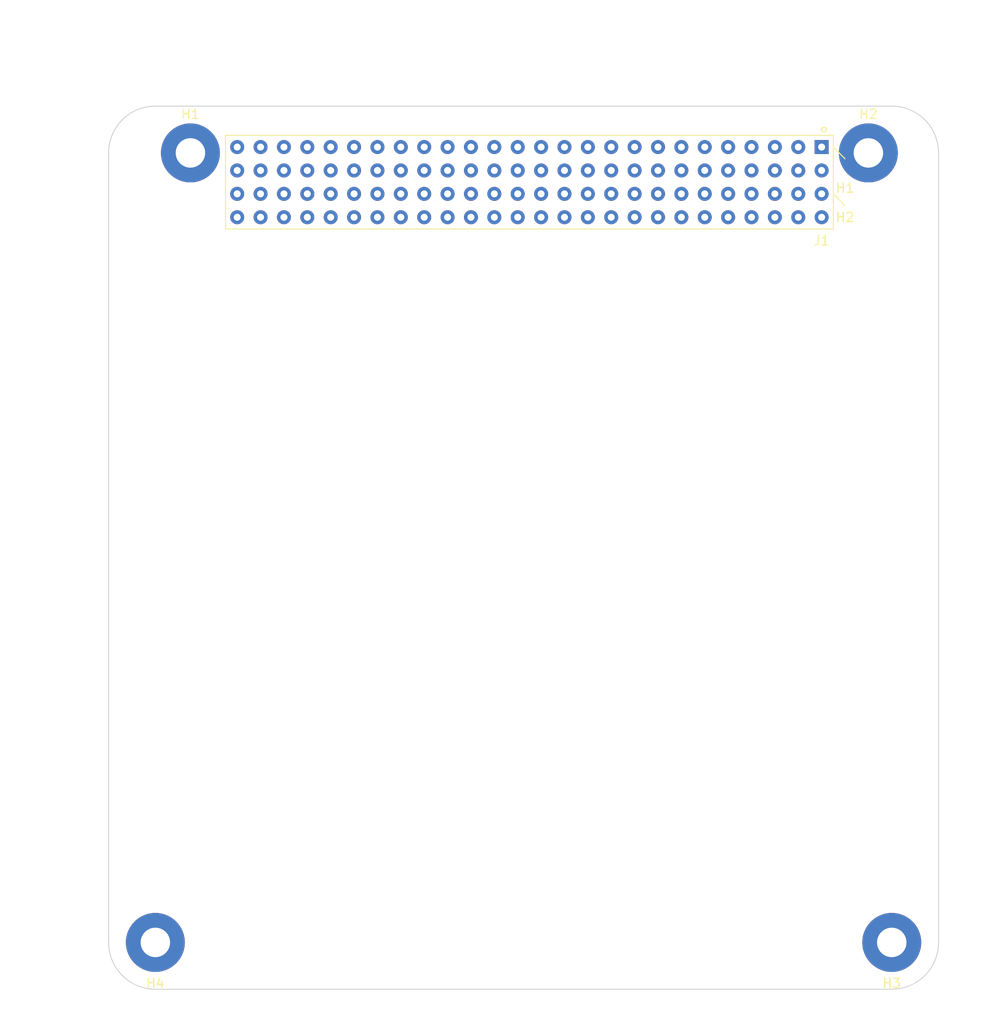
<source format=kicad_pcb>
(kicad_pcb (version 20211014) (generator pcbnew)
  (layers (0 "F.Cu" signal) (1 "In1.Cu" signal) (2 "In2.Cu" signal) (31 "B.Cu" signal) (34 "B.Paste" user) (35 "F.Paste" user) (36 "B.SilkS" user "B.Silkscreen") (37 "F.SilkS" user "F.Silkscreen") (38 "B.Mask" user) (39 "F.Mask" user) (44 "Edge.Cuts" user))
  (net 0 "")
  (footprint "MountingHole:MountingHole_3.2mm_M3_Pad_TopBottom" (layer "F.Cu") (at 191.77 52.07)
    (fp_text reference "H2" (at 0 -4.2) (layer "F.SilkS"))
    (fp_text value "MountingHole_Pad")
    (pad "1" connect circle locked (at 0 0) (size 6.4 6.4) (layers "B.Cu" "B.Mask"))
    (pad "1" connect circle locked (at 0 0) (size 6.4 6.4) (layers "F.Cu" "F.Mask"))
    (pad "1" thru_hole circle locked (at 0 0) (size 3.6 3.6) (drill 3.2) (layers *.Cu *.Mask))
  )
  (footprint "MountingHole:MountingHole_3.2mm_M3_Pad_TopBottom" (layer "F.Cu") (at 118.11 52.07)
    (fp_text reference "H1" (at 0 -4.2) (layer "F.SilkS"))
    (fp_text value "MountingHole_Pad")
    (pad "1" thru_hole circle locked (at 0 0) (size 3.6 3.6) (drill 3.2) (layers *.Cu *.Mask))
    (pad "1" connect circle locked (at 0 0) (size 6.4 6.4) (layers "F.Cu" "F.Mask"))
    (pad "1" connect circle locked (at 0 0) (size 6.4 6.4) (layers "B.Cu" "B.Mask"))
  )
  (footprint "MountingHole:MountingHole_3.2mm_M3_Pad_TopBottom" (layer "F.Cu") (at 114.3 137.795)
    (fp_text reference "H4" (at 0 4.445) (layer "F.SilkS"))
    (fp_text value "MountingHole_Pad")
    (pad "1" connect circle locked (at 0 0) (size 6.4 6.4) (layers "F.Cu" "F.Mask"))
    (pad "1" connect circle locked (at 0 0) (size 6.4 6.4) (layers "B.Cu" "B.Mask"))
    (pad "1" thru_hole circle locked (at 0 0) (size 3.6 3.6) (drill 3.2) (layers *.Cu *.Mask))
  )
  (footprint "pc104-connector:pc104-connector" (layer "F.Cu") (at 156.21 53.975 -90)
    (fp_text reference "J1" (at 7.62 -30.48 unlocked) (layer "F.SilkS"))
    (fp_text value "PC104_Connector")
    (fp_text user "H2" (at 5.08 -33.02 unlocked) (layer "F.SilkS"))
    (fp_text user "H1" (at 1.905 -33.02 unlocked) (layer "F.SilkS"))
    (fp_line (start 6.35 -31.75) (end -3.81 -31.75) (layer "F.SilkS") (width 0.12))
    (fp_line (start 6.35 34.29) (end 6.35 -31.75) (layer "F.SilkS") (width 0.12))
    (fp_line (start 2.54 -31.75) (end 3.81 -33.02) (layer "F.SilkS") (width 0.12))
    (fp_line (start -3.81 -31.75) (end -3.81 34.29) (layer "F.SilkS") (width 0.12))
    (fp_line (start -3.81 34.29) (end 6.35 34.29) (layer "F.SilkS") (width 0.12))
    (fp_line (start -2.54 -31.75) (end -1.27 -33.02) (layer "F.SilkS") (width 0.12))
    (pad "1" thru_hole rect locked (at -2.54 -30.48 270) (size 1.524 1.524) (drill 0.762) (layers *.Cu *.Mask))
    (pad "2" thru_hole circle locked (at 0 -30.48 270) (size 1.524 1.524) (drill 0.762) (layers *.Cu *.Mask))
    (pad "3" thru_hole circle locked (at -2.54 -27.94 270) (size 1.524 1.524) (drill 0.762) (layers *.Cu *.Mask))
    (pad "4" thru_hole circle locked (at 0 -27.94 270) (size 1.524 1.524) (drill 0.762) (layers *.Cu *.Mask))
    (pad "5" thru_hole circle locked (at -2.54 -25.4 270) (size 1.524 1.524) (drill 0.762) (layers *.Cu *.Mask))
    (pad "6" thru_hole circle locked (at 0 -25.4 270) (size 1.524 1.524) (drill 0.762) (layers *.Cu *.Mask))
    (pad "7" thru_hole circle locked (at -2.54 -22.86 270) (size 1.524 1.524) (drill 0.762) (layers *.Cu *.Mask))
    (pad "8" thru_hole circle locked (at 0 -22.86 270) (size 1.524 1.524) (drill 0.762) (layers *.Cu *.Mask))
    (pad "9" thru_hole circle locked (at -2.54 -20.32 270) (size 1.524 1.524) (drill 0.762) (layers *.Cu *.Mask))
    (pad "10" thru_hole circle locked (at 0 -20.32 270) (size 1.524 1.524) (drill 0.762) (layers *.Cu *.Mask))
    (pad "11" thru_hole circle locked (at -2.54 -17.78 270) (size 1.524 1.524) (drill 0.762) (layers *.Cu *.Mask))
    (pad "12" thru_hole circle locked (at 0 -17.78 270) (size 1.524 1.524) (drill 0.762) (layers *.Cu *.Mask))
    (pad "13" thru_hole circle locked (at -2.54 -15.24 270) (size 1.524 1.524) (drill 0.762) (layers *.Cu *.Mask))
    (pad "14" thru_hole circle locked (at 0 -15.24 270) (size 1.524 1.524) (drill 0.762) (layers *.Cu *.Mask))
    (pad "15" thru_hole circle locked (at -2.54 -12.7 270) (size 1.524 1.524) (drill 0.762) (layers *.Cu *.Mask))
    (pad "16" thru_hole circle locked (at 0 -12.7 270) (size 1.524 1.524) (drill 0.762) (layers *.Cu *.Mask))
    (pad "17" thru_hole circle locked (at -2.54 -10.16 270) (size 1.524 1.524) (drill 0.762) (layers *.Cu *.Mask))
    (pad "18" thru_hole circle locked (at 0 -10.16 270) (size 1.524 1.524) (drill 0.762) (layers *.Cu *.Mask))
    (pad "19" thru_hole circle locked (at -2.54 -7.62 270) (size 1.524 1.524) (drill 0.762) (layers *.Cu *.Mask))
    (pad "20" thru_hole circle locked (at 0 -7.62 270) (size 1.524 1.524) (drill 0.762) (layers *.Cu *.Mask))
    (pad "21" thru_hole circle locked (at -2.54 -5.08 270) (size 1.524 1.524) (drill 0.762) (layers *.Cu *.Mask))
    (pad "22" thru_hole circle locked (at 0 -5.08 270) (size 1.524 1.524) (drill 0.762) (layers *.Cu *.Mask))
    (pad "23" thru_hole circle locked (at -2.54 -2.54 270) (size 1.524 1.524) (drill 0.762) (layers *.Cu *.Mask))
    (pad "24" thru_hole circle locked (at 0 -2.54 270) (size 1.524 1.524) (drill 0.762) (layers *.Cu *.Mask))
    (pad "25" thru_hole circle locked (at -2.54 0 270) (size 1.524 1.524) (drill 0.762) (layers *.Cu *.Mask))
    (pad "26" thru_hole circle locked (at 0 0 270) (size 1.524 1.524) (drill 0.762) (layers *.Cu *.Mask))
    (pad "27" thru_hole circle locked (at -2.54 2.54 270) (size 1.524 1.524) (drill 0.762) (layers *.Cu *.Mask))
    (pad "28" thru_hole circle locked (at 0 2.54 270) (size 1.524 1.524) (drill 0.762) (layers *.Cu *.Mask))
    (pad "29" thru_hole circle locked (at -2.54 5.08 270) (size 1.524 1.524) (drill 0.762) (layers *.Cu *.Mask))
    (pad "30" thru_hole circle locked (at 0 5.08 270) (size 1.524 1.524) (drill 0.762) (layers *.Cu *.Mask))
    (pad "31" thru_hole circle locked (at -2.54 7.62 270) (size 1.524 1.524) (drill 0.762) (layers *.Cu *.Mask))
    (pad "32" thru_hole circle locked (at 0 7.62 270) (size 1.524 1.524) (drill 0.762) (layers *.Cu *.Mask))
    (pad "33" thru_hole circle locked (at -2.54 10.16 270) (size 1.524 1.524) (drill 0.762) (layers *.Cu *.Mask))
    (pad "34" thru_hole circle locked (at 0 10.16 270) (size 1.524 1.524) (drill 0.762) (layers *.Cu *.Mask))
    (pad "35" thru_hole circle locked (at -2.54 12.7 270) (size 1.524 1.524) (drill 0.762) (layers *.Cu *.Mask))
    (pad "36" thru_hole circle locked (at 0 12.7 270) (size 1.524 1.524) (drill 0.762) (layers *.Cu *.Mask))
    (pad "37" thru_hole circle locked (at -2.54 15.24 270) (size 1.524 1.524) (drill 0.762) (layers *.Cu *.Mask))
    (pad "38" thru_hole circle locked (at 0 15.24 270) (size 1.524 1.524) (drill 0.762) (layers *.Cu *.Mask))
    (pad "39" thru_hole circle locked (at -2.54 17.78 270) (size 1.524 1.524) (drill 0.762) (layers *.Cu *.Mask))
    (pad "40" thru_hole circle locked (at 0 17.78 270) (size 1.524 1.524) (drill 0.762) (layers *.Cu *.Mask))
    (pad "41" thru_hole circle locked (at -2.54 20.32 270) (size 1.524 1.524) (drill 0.762) (layers *.Cu *.Mask))
    (pad "42" thru_hole circle locked (at 0 20.32 270) (size 1.524 1.524) (drill 0.762) (layers *.Cu *.Mask))
    (pad "43" thru_hole circle locked (at -2.54 22.86 270) (size 1.524 1.524) (drill 0.762) (layers *.Cu *.Mask))
    (pad "44" thru_hole circle locked (at 0 22.86 270) (size 1.524 1.524) (drill 0.762) (layers *.Cu *.Mask))
    (pad "45" thru_hole circle locked (at -2.54 25.4 270) (size 1.524 1.524) (drill 0.762) (layers *.Cu *.Mask))
    (pad "46" thru_hole circle locked (at 0 25.4 270) (size 1.524 1.524) (drill 0.762) (layers *.Cu *.Mask))
    (pad "47" thru_hole circle locked (at -2.54 27.94 270) (size 1.524 1.524) (drill 0.762) (layers *.Cu *.Mask))
    (pad "48" thru_hole circle locked (at 0 27.94 270) (size 1.524 1.524) (drill 0.762) (layers *.Cu *.Mask))
    (pad "49" thru_hole circle locked (at -2.54 30.48 270) (size 1.524 1.524) (drill 0.762) (layers *.Cu *.Mask))
    (pad "50" thru_hole circle locked (at 0 30.48 270) (size 1.524 1.524) (drill 0.762) (layers *.Cu *.Mask))
    (pad "51" thru_hole circle locked (at -2.54 33.02 270) (size 1.524 1.524) (drill 0.762) (layers *.Cu *.Mask))
    (pad "52" thru_hole circle locked (at 0 33.02 270) (size 1.524 1.524) (drill 0.762) (layers *.Cu *.Mask))
    (pad "53" thru_hole circle locked (at 2.54 -30.48 270) (size 1.524 1.524) (drill 0.762) (layers *.Cu *.Mask))
    (pad "54" thru_hole circle locked (at 5.08 -30.48 270) (size 1.524 1.524) (drill 0.762) (layers *.Cu *.Mask))
    (pad "55" thru_hole circle locked (at 2.54 -27.94 270) (size 1.524 1.524) (drill 0.762) (layers *.Cu *.Mask))
    (pad "56" thru_hole circle locked (at 5.08 -27.94 270) (size 1.524 1.524) (drill 0.762) (layers *.Cu *.Mask))
    (pad "57" thru_hole circle locked (at 2.54 -25.4 270) (size 1.524 1.524) (drill 0.762) (layers *.Cu *.Mask))
    (pad "58" thru_hole circle locked (at 5.08 -25.4 270) (size 1.524 1.524) (drill 0.762) (layers *.Cu *.Mask))
    (pad "59" thru_hole circle locked (at 2.54 -22.86 270) (size 1.524 1.524) (drill 0.762) (layers *.Cu *.Mask))
    (pad "60" thru_hole circle locked (at 5.08 -22.86 270) (size 1.524 1.524) (drill 0.762) (layers *.Cu *.Mask))
    (pad "61" thru_hole circle locked (at 2.54 -20.32 270) (size 1.524 1.524) (drill 0.762) (layers *.Cu *.Mask))
    (pad "62" thru_hole circle locked (at 5.08 -20.32 270) (size 1.524 1.524) (drill 0.762) (layers *.Cu *.Mask))
    (pad "63" thru_hole circle locked (at 2.54 -17.78 270) (size 1.524 1.524) (drill 0.762) (layers *.Cu *.Mask))
    (pad "64" thru_hole circle locked (at 5.08 -17.78 270) (size 1.524 1.524) (drill 0.762) (layers *.Cu *.Mask))
    (pad "65" thru_hole circle locked (at 2.54 -15.24 270) (size 1.524 1.524) (drill 0.762) (layers *.Cu *.Mask))
    (pad "66" thru_hole circle locked (at 5.08 -15.24 270) (size 1.524 1.524) (drill 0.762) (layers *.Cu *.Mask))
    (pad "67" thru_hole circle locked (at 2.54 -12.7 270) (size 1.524 1.524) (drill 0.762) (layers *.Cu *.Mask))
    (pad "68" thru_hole circle locked (at 5.08 -12.7 270) (size 1.524 1.524) (drill 0.762) (layers *.Cu *.Mask))
    (pad "69" thru_hole circle locked (at 2.54 -10.16 270) (size 1.524 1.524) (drill 0.762) (layers *.Cu *.Mask))
    (pad "70" thru_hole circle locked (at 5.08 -10.16 270) (size 1.524 1.524) (drill 0.762) (layers *.Cu *.Mask))
    (pad "71" thru_hole circle locked (at 2.54 -7.62 270) (size 1.524 1.524) (drill 0.762) (layers *.Cu *.Mask))
    (pad "72" thru_hole circle locked (at 5.08 -7.62 270) (size 1.524 1.524) (drill 0.762) (layers *.Cu *.Mask))
    (pad "73" thru_hole circle locked (at 2.54 -5.08 270) (size 1.524 1.524) (drill 0.762) (layers *.Cu *.Mask))
    (pad "74" thru_hole circle locked (at 5.08 -5.08 270) (size 1.524 1.524) (drill 0.762) (layers *.Cu *.Mask))
    (pad "75" thru_hole circle locked (at 2.54 -2.54 270) (size 1.524 1.524) (drill 0.762) (layers *.Cu *.Mask))
    (pad "76" thru_hole circle locked (at 5.08 -2.54 270) (size 1.524 1.524) (drill 0.762) (layers *.Cu *.Mask))
    (pad "77" thru_hole circle locked (at 2.54 0 270) (size 1.524 1.524) (drill 0.762) (layers *.Cu *.Mask))
    (pad "78" thru_hole circle locked (at 5.08 0 270) (size 1.524 1.524) (drill 0.762) (layers *.Cu *.Mask))
    (pad "79" thru_hole circle locked (at 2.54 2.54 270) (size 1.524 1.524) (drill 0.762) (layers *.Cu *.Mask))
    (pad "80" thru_hole circle locked (at 5.08 2.54 270) (size 1.524 1.524) (drill 0.762) (layers *.Cu *.Mask))
    (pad "81" thru_hole circle locked (at 2.54 5.08 270) (size 1.524 1.524) (drill 0.762) (layers *.Cu *.Mask))
    (pad "82" thru_hole circle locked (at 5.08 5.08 270) (size 1.524 1.524) (drill 0.762) (layers *.Cu *.Mask))
    (pad "83" thru_hole circle locked (at 2.54 7.62 270) (size 1.524 1.524) (drill 0.762) (layers *.Cu *.Mask))
    (pad "84" thru_hole circle locked (at 5.08 7.62 270) (size 1.524 1.524) (drill 0.762) (layers *.Cu *.Mask))
    (pad "85" thru_hole circle locked (at 2.54 10.16 270) (size 1.524 1.524) (drill 0.762) (layers *.Cu *.Mask))
    (pad "86" thru_hole circle locked (at 5.08 10.16 270) (size 1.524 1.524) (drill 0.762) (layers *.Cu *.Mask))
    (pad "87" thru_hole circle locked (at 2.54 12.7 270) (size 1.524 1.524) (drill 0.762) (layers *.Cu *.Mask))
    (pad "88" thru_hole circle locked (at 5.08 12.7 270) (size 1.524 1.524) (drill 0.762) (layers *.Cu *.Mask))
    (pad "89" thru_hole circle locked (at 2.54 15.24 270) (size 1.524 1.524) (drill 0.762) (layers *.Cu *.Mask))
    (pad "90" thru_hole circle locked (at 5.08 15.24 270) (size 1.524 1.524) (drill 0.762) (layers *.Cu *.Mask))
    (pad "91" thru_hole circle locked (at 2.54 17.78 270) (size 1.524 1.524) (drill 0.762) (layers *.Cu *.Mask))
    (pad "92" thru_hole circle locked (at 5.08 17.78 270) (size 1.524 1.524) (drill 0.762) (layers *.Cu *.Mask))
    (pad "93" thru_hole circle locked (at 2.54 20.32 270) (size 1.524 1.524) (drill 0.762) (layers *.Cu *.Mask))
    (pad "94" thru_hole circle locked (at 5.08 20.32 270) (size 1.524 1.524) (drill 0.762) (layers *.Cu *.Mask))
    (pad "95" thru_hole circle locked (at 2.54 22.86 270) (size 1.524 1.524) (drill 0.762) (layers *.Cu *.Mask))
    (pad "96" thru_hole circle locked (at 5.08 22.86 270) (size 1.524 1.524) (drill 0.762) (layers *.Cu *.Mask))
    (pad "97" thru_hole circle locked (at 2.54 25.4 270) (size 1.524 1.524) (drill 0.762) (layers *.Cu *.Mask))
    (pad "98" thru_hole circle locked (at 5.08 25.4 270) (size 1.524 1.524) (drill 0.762) (layers *.Cu *.Mask))
    (pad "99" thru_hole circle locked (at 2.54 27.94 270) (size 1.524 1.524) (drill 0.762) (layers *.Cu *.Mask))
    (pad "100" thru_hole circle locked (at 5.08 27.94 270) (size 1.524 1.524) (drill 0.762) (layers *.Cu *.Mask))
    (pad "101" thru_hole circle locked (at 2.54 30.48 270) (size 1.524 1.524) (drill 0.762) (layers *.Cu *.Mask))
    (pad "102" thru_hole circle locked (at 5.08 30.48 270) (size 1.524 1.524) (drill 0.762) (layers *.Cu *.Mask))
    (pad "103" thru_hole circle locked (at 2.54 33.02 270) (size 1.524 1.524) (drill 0.762) (layers *.Cu *.Mask))
    (pad "104" thru_hole circle locked (at 5.08 33.02 270) (size 1.524 1.524) (drill 0.762) (layers *.Cu *.Mask))
  )
  (footprint "MountingHole:MountingHole_3.2mm_M3_Pad_TopBottom" (layer "F.Cu") (at 194.31 137.795)
    (fp_text reference "H3" (at 0 4.445) (layer "F.SilkS"))
    (fp_text value "MountingHole_Pad")
    (pad "1" thru_hole circle locked (at 0 0) (size 3.6 3.6) (drill 3.2) (layers *.Cu *.Mask))
    (pad "1" connect circle locked (at 0 0) (size 6.4 6.4) (layers "B.Cu" "B.Mask"))
    (pad "1" connect circle locked (at 0 0) (size 6.4 6.4) (layers "F.Cu" "F.Mask"))
  )
  (gr_circle (center 186.944 49.53) (end 186.944 49.276) (layer "F.SilkS") (width 0.15) (fill none))
  (gr_arc (start 109.22 52.07) (mid 110.707898 48.477898) (end 114.3 46.99) (layer "Edge.Cuts") (width 0.1))
  (gr_arc (start 199.39 137.795) (mid 197.902102 141.387102) (end 194.31 142.875) (layer "Edge.Cuts") (width 0.1))
  (gr_line (start 114.3 46.99) (end 194.31 46.99) (layer "Edge.Cuts") (width 0.1))
  (gr_line (start 109.22 52.07) (end 109.22 137.795) (layer "Edge.Cuts") (width 0.1))
  (gr_line (start 114.3 142.875) (end 194.31 142.875) (layer "Edge.Cuts") (width 0.1))
  (gr_line (start 199.39 137.795) (end 199.39 52.07) (layer "Edge.Cuts") (width 0.1))
  (gr_arc (start 114.3 142.875) (mid 110.707898 141.387102) (end 109.22 137.795) (layer "Edge.Cuts") (width 0.1))
  (gr_arc (start 194.31 46.99) (mid 197.902102 48.477898) (end 199.39 52.07) (layer "Edge.Cuts") (width 0.1))
)
</source>
